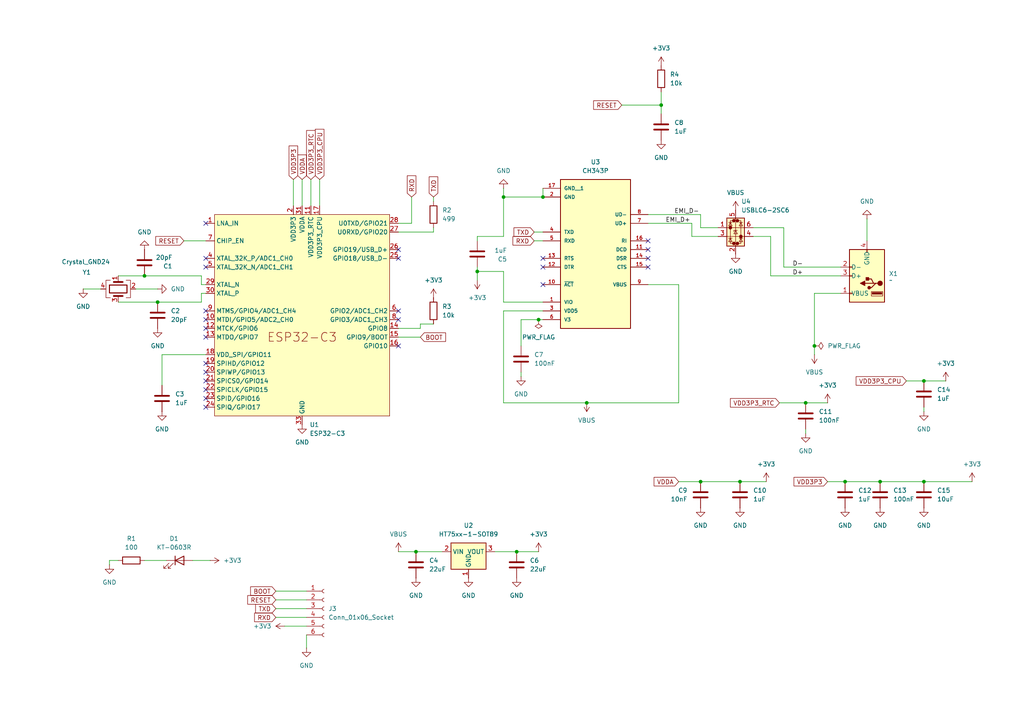
<source format=kicad_sch>
(kicad_sch (version 20231120) (generator "eeschema") (generator_version "8.0")
  (paper "A4")
  (lib_symbols
    (symbol "Connector:Conn_01x06_Socket" (pin_names (offset 1.016) hide)
      (property "Reference" "J" (at 0 7.62 0))
      (property "Value" "Conn_01x06_Socket" (at 0 -10.16 0))
      (symbol "Conn_01x06_Socket_1_1"
        (arc (start 0 -7.112) (mid -0.5058 -7.62) (end 0 -8.128) (stroke (width 0.1524)))
        (arc (start 0 -4.572) (mid -0.5058 -5.08) (end 0 -5.588) (stroke (width 0.1524)))
        (arc (start 0 -2.032) (mid -0.5058 -2.54) (end 0 -3.048) (stroke (width 0.1524)))
        (polyline (pts (xy -1.27 -7.62) (xy -0.508 -7.62)) (stroke (width 0.1524)))
        (polyline (pts (xy -1.27 -5.08) (xy -0.508 -5.08)) (stroke (width 0.1524)))
        (polyline (pts (xy -1.27 -2.54) (xy -0.508 -2.54)) (stroke (width 0.1524)))
        (polyline (pts (xy -1.27 0) (xy -0.508 0)) (stroke (width 0.1524)))
        (polyline (pts (xy -1.27 2.54) (xy -0.508 2.54)) (stroke (width 0.1524)))
        (polyline (pts (xy -1.27 5.08) (xy -0.508 5.08)) (stroke (width 0.1524)))
        (arc (start 0 0.508) (mid -0.5058 0) (end 0 -0.508) (stroke (width 0.1524)))
        (arc (start 0 3.048) (mid -0.5058 2.54) (end 0 2.032) (stroke (width 0.1524)))
        (arc (start 0 5.588) (mid -0.5058 5.08) (end 0 4.572) (stroke (width 0.1524)))
        (pin passive line (at -5.08 5.08 0) (length 3.81) (name "Pin_1") (number "1"))
        (pin passive line (at -5.08 2.54 0) (length 3.81) (name "Pin_2") (number "2"))
        (pin passive line (at -5.08 0 0) (length 3.81) (name "Pin_3") (number "3"))
        (pin passive line (at -5.08 -2.54 0) (length 3.81) (name "Pin_4") (number "4"))
        (pin passive line (at -5.08 -5.08 0) (length 3.81) (name "Pin_5") (number "5"))
        (pin passive line (at -5.08 -7.62 0) (length 3.81) (name "Pin_6") (number "6"))
      )
    )
    (symbol "Device:C" (pin_numbers hide) (pin_names (offset 0.254))
      (property "Reference" "C" (at 0.635 2.54 0))
      (property "Value" "C" (at 0.635 -2.54 0))
      (symbol "C_0_1"
        (polyline (pts (xy -2.032 -0.762) (xy 2.032 -0.762)) (stroke (width 0.508)))
        (polyline (pts (xy -2.032 0.762) (xy 2.032 0.762)) (stroke (width 0.508)))
      )
      (symbol "C_1_1"
        (pin passive line (at 0 3.81 270) (length 2.794) (name "~") (number "1"))
        (pin passive line (at 0 -3.81 90) (length 2.794) (name "~") (number "2"))
      )
    )
    (symbol "Device:Crystal_GND24" (pin_names (offset 1.016) hide)
      (property "Reference" "Y" (at 3.175 5.08 0))
      (property "Value" "Crystal_GND24" (at 3.175 3.175 0))
      (symbol "Crystal_GND24_0_1"
        (rectangle (start -1.143 2.54) (end 1.143 -2.54) (stroke (width 0.3048)))
        (polyline (pts (xy -2.54 0) (xy -2.032 0)))
        (polyline (pts (xy -2.032 -1.27) (xy -2.032 1.27)) (stroke (width 0.508)))
        (polyline (pts (xy 0 -3.81) (xy 0 -3.556)))
        (polyline (pts (xy 0 3.556) (xy 0 3.81)))
        (polyline (pts (xy 2.032 -1.27) (xy 2.032 1.27)) (stroke (width 0.508)))
        (polyline (pts (xy 2.032 0) (xy 2.54 0)))
        (polyline (pts (xy -2.54 -2.286) (xy -2.54 -3.556) (xy 2.54 -3.556) (xy 2.54 -2.286)))
        (polyline (pts (xy -2.54 2.286) (xy -2.54 3.556) (xy 2.54 3.556) (xy 2.54 2.286)))
      )
      (symbol "Crystal_GND24_1_1"
        (pin passive line (at -3.81 0 0) (length 1.27) (name "1") (number "1"))
        (pin passive line (at 0 5.08 270) (length 1.27) (name "2") (number "2"))
        (pin passive line (at 3.81 0 180) (length 1.27) (name "3") (number "3"))
        (pin passive line (at 0 -5.08 90) (length 1.27) (name "4") (number "4"))
      )
    )
    (symbol "Device:LED" (pin_numbers hide) (pin_names (offset 1.016) hide)
      (property "Reference" "D" (at 0 2.54 0))
      (property "Value" "LED" (at 0 -2.54 0))
      (symbol "LED_0_1"
        (polyline (pts (xy -1.27 -1.27) (xy -1.27 1.27)) (stroke (width 0.254)))
        (polyline (pts (xy -1.27 0) (xy 1.27 0)))
        (polyline (pts (xy 1.27 -1.27) (xy 1.27 1.27) (xy -1.27 0) (xy 1.27 -1.27)) (stroke (width 0.254)))
        (polyline (pts (xy -3.048 -0.762) (xy -4.572 -2.286) (xy -3.81 -2.286) (xy -4.572 -2.286) (xy -4.572 -1.524)))
        (polyline (pts (xy -1.778 -0.762) (xy -3.302 -2.286) (xy -2.54 -2.286) (xy -3.302 -2.286) (xy -3.302 -1.524)))
      )
      (symbol "LED_1_1"
        (pin passive line (at -3.81 0 0) (length 2.54) (name "K") (number "1"))
        (pin passive line (at 3.81 0 180) (length 2.54) (name "A") (number "2"))
      )
    )
    (symbol "Device:R" (pin_numbers hide) (pin_names (offset 0))
      (property "Reference" "R" (at 2.032 0 90))
      (property "Value" "R" (at 0 0 90))
      (symbol "R_0_1"
        (rectangle (start -1.016 -2.54) (end 1.016 2.54) (stroke (width 0.254)))
      )
      (symbol "R_1_1"
        (pin passive line (at 0 3.81 270) (length 1.27) (name "~") (number "1"))
        (pin passive line (at 0 -3.81 90) (length 1.27) (name "~") (number "2"))
      )
    )
    (symbol "Misc:USB_C_Connector"
      (property "Reference" "C" (at 0 0 0))
      (symbol "USB_C_Connector_0_1"
        (rectangle (start -19.05 3.81) (end -8.89 19.05) (stroke (width 0.254)) (fill (type background)))
        (circle (center -17.78 13.589) (radius 0.635) (stroke (width 0.254)) (fill (type outline)))
        (rectangle (start -15.494 16.256) (end -18.288 16.764) (fill (type outline)))
        (rectangle (start -15.24 16.002) (end -18.542 17.272))
        (circle (center -14.605 14.859) (radius 0.381) (stroke (width 0.254)) (fill (type outline)))
        (rectangle (start -14.097 3.81) (end -13.843 4.572))
        (rectangle (start -13.716 12.7) (end -14.478 11.938) (stroke (width 0.254)) (fill (type outline)))
        (rectangle (start -8.89 8.763) (end -9.652 9.017))
        (rectangle (start -8.89 11.303) (end -9.652 11.557))
        (rectangle (start -8.89 16.383) (end -9.652 16.637))
        (polyline (pts (xy -17.145 13.589) (xy -16.51 13.589) (xy -15.24 14.859) (xy -14.605 14.859)) (stroke (width 0.254)))
        (polyline (pts (xy -16.51 13.589) (xy -15.875 13.589) (xy -15.24 12.319) (xy -13.97 12.319)) (stroke (width 0.254)))
        (polyline (pts (xy -13.335 14.224) (xy -13.335 12.954) (xy -12.065 13.589) (xy -13.335 14.224)) (stroke (width 0.254)) (fill (type outline)))
      )
      (symbol "USB_C_Connector_1_1"
        (polyline (pts (xy -15.875 13.589) (xy -13.335 13.589)) (stroke (width 0.254)))
        (pin power_in line (at -6.35 16.51 180) (length 2.54) (name "VBUS") (number "1"))
        (pin bidirectional line (at -6.35 8.89 180) (length 2.54) (name "D-") (number "2"))
        (pin bidirectional line (at -6.35 11.43 180) (length 2.54) (name "D+") (number "3"))
        (pin power_in line (at -13.97 1.27 90) (length 2.54) (name "GND") (number "4"))
      )
    )
    (symbol "PCM_CH343P:CH343P" (pin_names (offset 1.016))
      (property "Reference" "U" (at -10.16 21.082 0))
      (property "Value" "CH343P" (at -10.16 -25.4 0))
      (symbol "CH343P_0_0"
        (rectangle (start -10.16 -22.86) (end 10.16 20.32) (stroke (width 0.254)) (fill (type background)))
        (pin power_in line (at 15.24 12.7 180) (length 5.08) (name "VIO") (number "1"))
        (pin output line (at 15.24 7.62 180) (length 5.08) (name "~{ACT}") (number "10"))
        (pin input line (at -15.24 -2.54 0) (length 5.08) (name "DCD") (number "11"))
        (pin output line (at 15.24 2.54 180) (length 5.08) (name "DTR") (number "12"))
        (pin output line (at 15.24 0 180) (length 5.08) (name "RTS") (number "13"))
        (pin input line (at -15.24 0 0) (length 5.08) (name "DSR") (number "14"))
        (pin input line (at -15.24 2.54 0) (length 5.08) (name "CTS") (number "15"))
        (pin input line (at -15.24 -5.08 0) (length 5.08) (name "RI") (number "16"))
        (pin power_in line (at 15.24 -20.32 180) (length 5.08) (name "GND__1") (number "17"))
        (pin power_in line (at 15.24 -17.78 180) (length 5.08) (name "GND") (number "2"))
        (pin power_in line (at 15.24 15.24 180) (length 5.08) (name "VDD5") (number "3"))
        (pin output line (at 15.24 -7.62 180) (length 5.08) (name "TXD") (number "4"))
        (pin input line (at 15.24 -5.08 180) (length 5.08) (name "RXD") (number "5"))
        (pin power_in line (at 15.24 17.78 180) (length 5.08) (name "V3") (number "6"))
        (pin bidirectional line (at -15.24 -10.16 0) (length 5.08) (name "UD+") (number "7"))
        (pin bidirectional line (at -15.24 -12.7 0) (length 5.08) (name "UD-") (number "8"))
        (pin input line (at -15.24 7.62 0) (length 5.08) (name "VBUS") (number "9"))
      )
    )
    (symbol "PCM_Espressif:ESP32-C3"
      (property "Reference" "U" (at -25.4 35.56 0))
      (property "Value" "ESP32-C3" (at -25.4 33.02 0))
      (symbol "ESP32-C3_0_0"
        (text "ESP32-C3" (at 0 -5.08 0) (effects (font (size 2.54 2.54))))
        (pin bidirectional line (at -27.94 27.94 0) (length 2.54) (name "LNA_IN") (number "1"))
        (pin bidirectional line (at -27.94 0 0) (length 2.54) (name "MTDI/GPIO5/ADC2_CH0") (number "10"))
        (pin power_in line (at 2.54 33.02 270) (length 2.54) (name "VDD3P3_RTC") (number "11"))
        (pin bidirectional line (at -27.94 -2.54 0) (length 2.54) (name "MTCK/GPIO6") (number "12"))
        (pin bidirectional line (at -27.94 -5.08 0) (length 2.54) (name "MTDO/GPIO7") (number "13"))
        (pin bidirectional line (at 27.94 -2.54 180) (length 2.54) (name "GPIO8") (number "14"))
        (pin bidirectional line (at 27.94 -5.08 180) (length 2.54) (name "GPIO9/BOOT") (number "15"))
        (pin bidirectional line (at 27.94 -7.62 180) (length 2.54) (name "GPIO10") (number "16"))
        (pin power_in line (at 5.08 33.02 270) (length 2.54) (name "VDD3P3_CPU") (number "17"))
        (pin bidirectional line (at -27.94 -10.16 0) (length 2.54) (name "VDD_SPI/GPIO11") (number "18"))
        (pin bidirectional line (at -27.94 -12.7 0) (length 2.54) (name "SPIHD/GPIO12") (number "19"))
        (pin power_in line (at -2.54 33.02 270) (length 2.54) (name "VDD3P3") (number "2"))
        (pin bidirectional line (at -27.94 -15.24 0) (length 2.54) (name "SPIWP/GPIO13") (number "20"))
        (pin bidirectional line (at -27.94 -17.78 0) (length 2.54) (name "SPICS0/GPIO14") (number "21"))
        (pin bidirectional line (at -27.94 -20.32 0) (length 2.54) (name "SPICLK/GPIO15") (number "22"))
        (pin bidirectional line (at -27.94 -22.86 0) (length 2.54) (name "SPID/GPIO16") (number "23"))
        (pin bidirectional line (at -27.94 -25.4 0) (length 2.54) (name "SPIQ/GPIO17") (number "24"))
        (pin bidirectional line (at 27.94 17.78 180) (length 2.54) (name "GPIO18/USB_D-") (number "25"))
        (pin bidirectional line (at 27.94 20.32 180) (length 2.54) (name "GPIO19/USB_D+") (number "26"))
        (pin bidirectional line (at 27.94 25.4 180) (length 2.54) (name "U0RXD/GPIO20") (number "27"))
        (pin bidirectional line (at 27.94 27.94 180) (length 2.54) (name "U0TXD/GPIO21") (number "28"))
        (pin output line (at -27.94 10.16 0) (length 2.54) (name "XTAL_N") (number "29"))
        (pin input line (at -27.94 7.62 0) (length 2.54) (name "XTAL_P") (number "30"))
        (pin power_in line (at 0 33.02 270) (length 2.54) (name "VDDA") (number "31"))
        (pin power_in line (at 0 -30.48 90) (length 2.54) (name "GND") (number "33"))
        (pin output line (at -27.94 17.78 0) (length 2.54) (name "XTAL_32K_P/ADC1_CH0") (number "4"))
        (pin input line (at -27.94 15.24 0) (length 2.54) (name "XTAL_32K_N/ADC1_CH1") (number "5"))
        (pin bidirectional line (at 27.94 2.54 180) (length 2.54) (name "GPIO2/ADC1_CH2") (number "6"))
        (pin input line (at -27.94 22.86 0) (length 2.54) (name "CHIP_EN") (number "7"))
        (pin bidirectional line (at 27.94 0 180) (length 2.54) (name "GPIO3/ADC1_CH3") (number "8"))
        (pin bidirectional line (at -27.94 2.54 0) (length 2.54) (name "MTMS/GPIO4/ADC1_CH4") (number "9"))
      )
      (symbol "ESP32-C3_0_1"
        (rectangle (start -25.4 30.48) (end 25.4 -27.94) (fill (type background)))
        (pin passive line (at -2.54 33.02 270) (length 2.54) hide (name "VDD3P3") (number "3"))
        (pin passive line (at 0 33.02 270) (length 2.54) hide (name "VDDA") (number "32"))
      )
    )
    (symbol "Power_Protection:USBLC6-2SC6" (pin_names hide)
      (property "Reference" "U" (at 0.635 5.715 0))
      (property "Value" "USBLC6-2SC6" (at 0.635 3.81 0))
      (symbol "USBLC6-2SC6_0_0"
        (circle (center -1.524 0) (radius 0.0001) (stroke (width 0.508)))
        (circle (center -0.508 -4.572) (radius 0.0001) (stroke (width 0.508)))
        (circle (center -0.508 2.032) (radius 0.0001) (stroke (width 0.508)))
        (circle (center 0.508 -4.572) (radius 0.0001) (stroke (width 0.508)))
        (circle (center 0.508 2.032) (radius 0.0001) (stroke (width 0.508)))
        (circle (center 1.524 -2.54) (radius 0.0001) (stroke (width 0.508)))
      )
      (symbol "USBLC6-2SC6_0_1"
        (polyline (pts (xy -2.54 -2.54) (xy 2.54 -2.54)))
        (polyline (pts (xy -2.54 0) (xy 2.54 0)))
        (polyline (pts (xy -2.032 -3.048) (xy -1.016 -3.048)))
        (polyline (pts (xy -1.016 1.524) (xy -2.032 1.524)))
        (polyline (pts (xy 1.016 -3.048) (xy 2.032 -3.048)))
        (polyline (pts (xy 1.016 1.524) (xy 2.032 1.524)))
        (polyline (pts (xy -0.508 -1.143) (xy -0.508 -0.762) (xy 0.508 -0.762)))
        (polyline (pts (xy -2.032 0.508) (xy -1.016 0.508) (xy -1.524 1.524) (xy -2.032 0.508)))
        (polyline (pts (xy -1.016 -4.064) (xy -2.032 -4.064) (xy -1.524 -3.048) (xy -1.016 -4.064)))
        (polyline (pts (xy 0.508 -1.778) (xy -0.508 -1.778) (xy 0 -0.762) (xy 0.508 -1.778)))
        (polyline (pts (xy 2.032 -4.064) (xy 1.016 -4.064) (xy 1.524 -3.048) (xy 2.032 -4.064)))
        (polyline (pts (xy 2.032 0.508) (xy 1.016 0.508) (xy 1.524 1.524) (xy 2.032 0.508)))
        (polyline (pts (xy 0 2.54) (xy -0.508 2.032) (xy 0.508 2.032) (xy 0 1.524) (xy 0 -4.064) (xy -0.508 -4.572) (xy 0.508 -4.572) (xy 0 -5.08)))
      )
      (symbol "USBLC6-2SC6_1_1"
        (rectangle (start -2.54 2.794) (end 2.54 -5.334) (stroke (width 0.254)) (fill (type background)))
        (polyline (pts (xy -0.508 2.032) (xy -1.524 2.032) (xy -1.524 -4.572) (xy -0.508 -4.572)))
        (polyline (pts (xy 0.508 -4.572) (xy 1.524 -4.572) (xy 1.524 2.032) (xy 0.508 2.032)))
        (pin passive line (at -5.08 0 0) (length 2.54) (name "I/O1") (number "1"))
        (pin passive line (at 0 -7.62 90) (length 2.54) (name "GND") (number "2"))
        (pin passive line (at -5.08 -2.54 0) (length 2.54) (name "I/O2") (number "3"))
        (pin passive line (at 5.08 -2.54 180) (length 2.54) (name "I/O2") (number "4"))
        (pin passive line (at 0 5.08 270) (length 2.54) (name "VBUS") (number "5"))
        (pin passive line (at 5.08 0 180) (length 2.54) (name "I/O1") (number "6"))
      )
    )
    (symbol "Regulator_Linear:HT75xx-1-SOT89"
      (property "Reference" "U" (at -5.08 -3.81 0))
      (property "Value" "HT75xx-1-SOT89" (at 0 6.35 0))
      (symbol "HT75xx-1-SOT89_0_1"
        (rectangle (start -5.08 5.08) (end 5.08 -2.54) (stroke (width 0.254)) (fill (type background)))
      )
      (symbol "HT75xx-1-SOT89_1_1"
        (pin power_in line (at 0 -5.08 90) (length 2.54) (name "GND") (number "1"))
        (pin power_in line (at -7.62 2.54 0) (length 2.54) (name "VIN") (number "2"))
        (pin power_out line (at 7.62 2.54 180) (length 2.54) (name "VOUT") (number "3"))
      )
    )
    (symbol "power:+3V3" (power) (pin_numbers hide) (pin_names (offset 0) hide)
      (property "Value" "+3V3" (at 0 3.556 0))
      (symbol "+3V3_0_1"
        (polyline (pts (xy -0.762 1.27) (xy 0 2.54)))
        (polyline (pts (xy 0 0) (xy 0 2.54)))
        (polyline (pts (xy 0 2.54) (xy 0.762 1.27)))
      )
      (symbol "+3V3_1_1"
        (pin power_in line (at 0 0 90) (length 0) (name "~") (number "1"))
      )
    )
    (symbol "power:+5V" (power) (pin_numbers hide) (pin_names (offset 0) hide)
      (property "Value" "+5V" (at 0 3.556 0))
      (symbol "+5V_0_1"
        (polyline (pts (xy -0.762 1.27) (xy 0 2.54)))
        (polyline (pts (xy 0 0) (xy 0 2.54)))
        (polyline (pts (xy 0 2.54) (xy 0.762 1.27)))
      )
      (symbol "+5V_1_1"
        (pin power_in line (at 0 0 90) (length 0) (name "~") (number "1"))
      )
    )
    (symbol "power:GND" (power) (pin_numbers hide) (pin_names (offset 0) hide)
      (property "Value" "GND" (at 0 -3.81 0))
      (symbol "GND_0_1"
        (polyline (pts (xy 0 0) (xy 0 -1.27) (xy 1.27 -1.27) (xy 0 -2.54) (xy -1.27 -1.27) (xy 0 -1.27)))
      )
      (symbol "GND_1_1"
        (pin power_in line (at 0 0 270) (length 0) (name "~") (number "1"))
      )
    )
    (symbol "power:PWR_FLAG" (power) (pin_numbers hide) (pin_names (offset 0) hide)
      (property "Value" "PWR_FLAG" (at 0 3.81 0))
      (symbol "PWR_FLAG_0_0"
        (pin power_out line (at 0 0 90) (length 0) (name "~") (number "1"))
      )
      (symbol "PWR_FLAG_0_1"
        (polyline (pts (xy 0 0) (xy 0 1.27) (xy -1.016 1.905) (xy 0 2.54) (xy 1.016 1.905) (xy 0 1.27)))
      )
    )
    (symbol "power:VBUS" (power) (pin_numbers hide) (pin_names (offset 0) hide)
      (property "Value" "VBUS" (at 0 3.556 0))
      (symbol "VBUS_0_1"
        (polyline (pts (xy -0.762 1.27) (xy 0 2.54)))
        (polyline (pts (xy 0 0) (xy 0 2.54)))
        (polyline (pts (xy 0 2.54) (xy 0.762 1.27)))
      )
      (symbol "VBUS_1_1"
        (pin power_in line (at 0 0 90) (length 0) (name "~") (number "1"))
      )
    )
  )
  (junction (at 245.11 139.7))
  (junction (at 156.21 92.71))
  (junction (at 120.65 160.02))
  (junction (at 233.68 116.84))
  (junction (at 267.97 110.49))
  (junction (at 236.22 100.33))
  (junction (at 149.86 160.02))
  (junction (at 203.2 139.7))
  (junction (at 146.05 57.15))
  (junction (at 170.18 116.84))
  (junction (at 214.63 139.7))
  (junction (at 255.27 139.7))
  (junction (at 157.48 57.15))
  (junction (at 41.91 80.01))
  (junction (at 138.43 78.74))
  (junction (at 267.97 139.7))
  (junction (at 191.77 30.48))
  (junction (at 45.72 87.63))
  (no_connect (at 115.57 90.17))
  (no_connect (at 59.69 115.57))
  (no_connect (at 115.57 72.39))
  (no_connect (at 59.69 97.79))
  (no_connect (at 187.96 72.39))
  (no_connect (at 187.96 77.47))
  (no_connect (at 187.96 69.85))
  (no_connect (at 59.69 64.77))
  (no_connect (at 157.48 74.93))
  (no_connect (at 157.48 82.55))
  (no_connect (at 115.57 100.33))
  (no_connect (at 59.69 95.25))
  (no_connect (at 157.48 77.47))
  (no_connect (at 59.69 92.71))
  (no_connect (at 187.96 74.93))
  (no_connect (at 59.69 74.93))
  (no_connect (at 115.57 74.93))
  (no_connect (at 59.69 105.41))
  (no_connect (at 59.69 110.49))
  (no_connect (at 59.69 77.47))
  (no_connect (at 115.57 92.71))
  (no_connect (at 59.69 113.03))
  (no_connect (at 59.69 90.17))
  (no_connect (at 59.69 118.11))
  (no_connect (at 59.69 107.95))
  (wire (pts (xy 196.85 82.55) (xy 187.96 82.55)))
  (wire (pts (xy 92.71 52.07) (xy 92.71 59.69)))
  (wire (pts (xy 45.72 83.82) (xy 39.37 83.82)))
  (wire (pts (xy 143.51 160.02) (xy 149.86 160.02)))
  (wire (pts (xy 41.91 162.56) (xy 48.26 162.56)))
  (wire (pts (xy 146.05 78.74) (xy 138.43 78.74)))
  (wire (pts (xy 223.52 80.01) (xy 243.84 80.01)))
  (wire (pts (xy 203.2 62.23) (xy 203.2 66.04)))
  (wire (pts (xy 55.88 162.56) (xy 60.96 162.56)))
  (wire (pts (xy 245.11 139.7) (xy 255.27 139.7)))
  (wire (pts (xy 226.06 116.84) (xy 233.68 116.84)))
  (wire (pts (xy 236.22 85.09) (xy 236.22 100.33)))
  (wire (pts (xy 115.57 160.02) (xy 120.65 160.02)))
  (wire (pts (xy 80.01 173.99) (xy 88.9 173.99)))
  (wire (pts (xy 119.38 64.77) (xy 115.57 64.77)))
  (wire (pts (xy 138.43 68.58) (xy 146.05 68.58)))
  (wire (pts (xy 80.01 176.53) (xy 88.9 176.53)))
  (wire (pts (xy 151.13 92.71) (xy 156.21 92.71)))
  (wire (pts (xy 154.94 67.31) (xy 157.48 67.31)))
  (wire (pts (xy 157.48 87.63) (xy 146.05 87.63)))
  (wire (pts (xy 59.69 102.87) (xy 46.99 102.87)))
  (wire (pts (xy 146.05 57.15) (xy 157.48 57.15)))
  (wire (pts (xy 251.46 63.5) (xy 251.46 69.85)))
  (wire (pts (xy 223.52 68.58) (xy 218.44 68.58)))
  (wire (pts (xy 41.91 80.01) (xy 58.42 80.01)))
  (wire (pts (xy 58.42 87.63) (xy 58.42 85.09)))
  (wire (pts (xy 214.63 139.7) (xy 222.25 139.7)))
  (wire (pts (xy 157.48 90.17) (xy 146.05 90.17)))
  (wire (pts (xy 157.48 54.61) (xy 157.48 57.15)))
  (wire (pts (xy 115.57 67.31) (xy 125.73 67.31)))
  (wire (pts (xy 138.43 78.74) (xy 138.43 77.47)))
  (wire (pts (xy 196.85 139.7) (xy 203.2 139.7)))
  (wire (pts (xy 243.84 85.09) (xy 236.22 85.09)))
  (wire (pts (xy 82.55 181.61) (xy 88.9 181.61)))
  (wire (pts (xy 203.2 139.7) (xy 214.63 139.7)))
  (wire (pts (xy 146.05 90.17) (xy 146.05 116.84)))
  (wire (pts (xy 227.33 77.47) (xy 227.33 66.04)))
  (wire (pts (xy 236.22 102.87) (xy 236.22 100.33)))
  (wire (pts (xy 121.92 93.98) (xy 125.73 93.98)))
  (wire (pts (xy 200.66 68.58) (xy 200.66 64.77)))
  (wire (pts (xy 53.34 69.85) (xy 59.69 69.85)))
  (wire (pts (xy 233.68 116.84) (xy 240.03 116.84)))
  (wire (pts (xy 34.29 80.01) (xy 41.91 80.01)))
  (wire (pts (xy 191.77 30.48) (xy 191.77 26.67)))
  (wire (pts (xy 151.13 107.95) (xy 151.13 109.22)))
  (wire (pts (xy 125.73 67.31) (xy 125.73 66.04)))
  (wire (pts (xy 267.97 110.49) (xy 274.32 110.49)))
  (wire (pts (xy 58.42 85.09) (xy 59.69 85.09)))
  (wire (pts (xy 156.21 92.71) (xy 157.48 92.71)))
  (wire (pts (xy 34.29 162.56) (xy 31.75 162.56)))
  (wire (pts (xy 125.73 58.42) (xy 125.73 57.15)))
  (wire (pts (xy 170.18 116.84) (xy 196.85 116.84)))
  (wire (pts (xy 267.97 118.11) (xy 267.97 119.38)))
  (wire (pts (xy 121.92 95.25) (xy 121.92 93.98)))
  (wire (pts (xy 80.01 179.07) (xy 88.9 179.07)))
  (wire (pts (xy 138.43 81.28) (xy 138.43 78.74)))
  (wire (pts (xy 233.68 124.46) (xy 233.68 125.73)))
  (wire (pts (xy 34.29 87.63) (xy 45.72 87.63)))
  (wire (pts (xy 187.96 64.77) (xy 200.66 64.77)))
  (wire (pts (xy 151.13 100.33) (xy 151.13 92.71)))
  (wire (pts (xy 180.34 30.48) (xy 191.77 30.48)))
  (wire (pts (xy 187.96 62.23) (xy 203.2 62.23)))
  (wire (pts (xy 120.65 160.02) (xy 128.27 160.02)))
  (wire (pts (xy 58.42 80.01) (xy 58.42 82.55)))
  (wire (pts (xy 46.99 102.87) (xy 46.99 111.76)))
  (wire (pts (xy 267.97 139.7) (xy 281.94 139.7)))
  (wire (pts (xy 154.94 69.85) (xy 157.48 69.85)))
  (wire (pts (xy 87.63 52.07) (xy 87.63 59.69)))
  (wire (pts (xy 138.43 68.58) (xy 138.43 69.85)))
  (wire (pts (xy 240.03 139.7) (xy 245.11 139.7)))
  (wire (pts (xy 88.9 184.15) (xy 88.9 187.96)))
  (wire (pts (xy 146.05 116.84) (xy 170.18 116.84)))
  (wire (pts (xy 115.57 97.79) (xy 121.92 97.79)))
  (wire (pts (xy 208.28 68.58) (xy 200.66 68.58)))
  (wire (pts (xy 149.86 160.02) (xy 156.21 160.02)))
  (wire (pts (xy 29.21 83.82) (xy 24.13 83.82)))
  (wire (pts (xy 146.05 54.61) (xy 146.05 57.15)))
  (wire (pts (xy 227.33 66.04) (xy 218.44 66.04)))
  (wire (pts (xy 115.57 95.25) (xy 121.92 95.25)))
  (wire (pts (xy 203.2 66.04) (xy 208.28 66.04)))
  (wire (pts (xy 80.01 171.45) (xy 88.9 171.45)))
  (wire (pts (xy 262.89 110.49) (xy 267.97 110.49)))
  (wire (pts (xy 223.52 68.58) (xy 223.52 80.01)))
  (wire (pts (xy 191.77 30.48) (xy 191.77 33.02)))
  (wire (pts (xy 90.17 52.07) (xy 90.17 59.69)))
  (wire (pts (xy 45.72 87.63) (xy 58.42 87.63)))
  (wire (pts (xy 58.42 82.55) (xy 59.69 82.55)))
  (wire (pts (xy 85.09 52.07) (xy 85.09 59.69)))
  (wire (pts (xy 255.27 139.7) (xy 267.97 139.7)))
  (wire (pts (xy 31.75 162.56) (xy 31.75 163.83)))
  (wire (pts (xy 146.05 87.63) (xy 146.05 78.74)))
  (wire (pts (xy 196.85 116.84) (xy 196.85 82.55)))
  (wire (pts (xy 243.84 77.47) (xy 227.33 77.47)))
  (wire (pts (xy 119.38 57.15) (xy 119.38 64.77)))
  (wire (pts (xy 146.05 68.58) (xy 146.05 57.15)))
  (label "D-" (at 229.87 77.47 0))
  (label "D+" (at 229.87 80.01 0))
  (label "EMI_D-" (at 195.58 62.23 0))
  (label "EMI_D+" (at 193.04 64.77 0))
  (global_label "VDD3P3" (shape input) (at 85.09 52.07 90) (property "Intersheetrefs" "${INTERSHEET_REFS}" (effects (hide yes))))
  (global_label "RXD" (shape input) (at 119.38 57.15 90) (property "Intersheetrefs" "${INTERSHEET_REFS}" (effects (hide yes))))
  (global_label "BOOT" (shape input) (at 80.01 171.45 180) (property "Intersheetrefs" "${INTERSHEET_REFS}" (effects (hide yes))))
  (global_label "TXD" (shape input) (at 125.73 57.15 90) (property "Intersheetrefs" "${INTERSHEET_REFS}" (effects (hide yes))))
  (global_label "VDD3P3_RTC" (shape input) (at 90.17 52.07 90) (property "Intersheetrefs" "${INTERSHEET_REFS}" (effects (hide yes))))
  (global_label "TXD" (shape input) (at 154.94 67.31 180) (property "Intersheetrefs" "${INTERSHEET_REFS}" (effects (hide yes))))
  (global_label "RESET" (shape input) (at 80.01 173.99 180) (property "Intersheetrefs" "${INTERSHEET_REFS}" (effects (hide yes))))
  (global_label "VDDA" (shape input) (at 196.85 139.7 180) (property "Intersheetrefs" "${INTERSHEET_REFS}" (effects (hide yes))))
  (global_label "BOOT" (shape input) (at 121.92 97.79 0) (property "Intersheetrefs" "${INTERSHEET_REFS}" (effects (hide yes))))
  (global_label "RXD" (shape input) (at 80.01 179.07 180) (property "Intersheetrefs" "${INTERSHEET_REFS}" (effects (hide yes))))
  (global_label "VDD3P3_CPU" (shape input) (at 92.71 52.07 90) (property "Intersheetrefs" "${INTERSHEET_REFS}" (effects (hide yes))))
  (global_label "RESET" (shape input) (at 180.34 30.48 180) (property "Intersheetrefs" "${INTERSHEET_REFS}" (effects (hide yes))))
  (global_label "VDD3P3" (shape input) (at 240.03 139.7 180) (property "Intersheetrefs" "${INTERSHEET_REFS}" (effects (hide yes))))
  (global_label "VDDA" (shape input) (at 87.63 52.07 90) (property "Intersheetrefs" "${INTERSHEET_REFS}" (effects (hide yes))))
  (global_label "VDD3P3_CPU" (shape input) (at 262.89 110.49 180) (property "Intersheetrefs" "${INTERSHEET_REFS}" (effects (hide yes))))
  (global_label "TXD" (shape input) (at 80.01 176.53 180) (property "Intersheetrefs" "${INTERSHEET_REFS}" (effects (hide yes))))
  (global_label "RXD" (shape input) (at 154.94 69.85 180) (property "Intersheetrefs" "${INTERSHEET_REFS}" (effects (hide yes))))
  (global_label "VDD3P3_RTC" (shape input) (at 226.06 116.84 180) (property "Intersheetrefs" "${INTERSHEET_REFS}" (effects (hide yes))))
  (global_label "RESET" (shape input) (at 53.34 69.85 180) (property "Intersheetrefs" "${INTERSHEET_REFS}" (effects (hide yes))))
  (symbol (lib_id "power:GND") (at 203.2 147.32 0) (unit 1)
    (property "Reference" "#PWR024" (effects (hide yes)))
    (property "Value" "GND" (at 203.2 152.4 0))
    (property "Description" "Power symbol creates a global label with name \"GND\" , ground" (effects (hide yes)))
  )
  (symbol (lib_id "power:GND") (at 251.46 63.5 180) (unit 1)
    (property "Reference" "#PWR033" (effects (hide yes)))
    (property "Value" "GND" (at 251.46 58.42 0))
    (property "Description" "Power symbol creates a global label with name \"GND\" , ground" (effects (hide yes)))
  )
  (symbol (lib_id "power:GND") (at 151.13 109.22 0) (unit 1)
    (property "Reference" "#PWR019" (effects (hide yes)))
    (property "Value" "GND" (at 151.13 114.3 0))
    (property "Description" "Power symbol creates a global label with name \"GND\" , ground" (effects (hide yes)))
  )
  (symbol (lib_id "power:+3V3") (at 125.73 86.36 0) (unit 1)
    (property "Reference" "#PWR013" (effects (hide yes)))
    (property "Value" "+3V3" (at 125.73 81.28 0))
    (property "Description" "Power symbol creates a global label with name \"+3V3\"" (effects (hide yes)))
  )
  (symbol (lib_id "PCM_CH343P:CH343P") (at 172.72 74.93 180) (unit 1)
    (property "Reference" "U3" (at 172.72 46.99 0))
    (property "Value" "CH343P" (at 172.72 49.53 0))
    (property "Footprint" "Custom:CH343P" (effects (hide yes)))
    (property "MF" "WCH" (effects (hide yes)))
    (property "MAXIMUM_PACKAGE_HEIGHT" "0.8mm" (effects (hide yes)))
    (property "Package" "Package" (effects (hide yes)))
    (property "Price" "None" (effects (hide yes)))
    (property "Check_prices" "https://www.snapeda.com/parts/CH343P/WCH/view-part/?ref=eda" (effects (hide yes)))
    (property "STANDARD" "IPC-7351B" (effects (hide yes)))
    (property "PARTREV" "1E" (effects (hide yes)))
    (property "SnapEDA_Link" "https://www.snapeda.com/parts/CH343P/WCH/view-part/?ref=snap" (effects (hide yes)))
    (property "MP" "CH343P" (effects (hide yes)))
    (property "Description_1" "\n                        \n                            USB to High-Speed Serial Chip CH343\n                        \n" (effects (hide yes)))
    (property "MANUFACTURER" "WCH" (effects (hide yes)))
    (property "Availability" "Not in stock" (effects (hide yes)))
    (property "SNAPEDA_PN" "CH343P" (effects (hide yes)))
  )
  (symbol (lib_id "Device:C") (at 138.43 73.66 180) (unit 1)
    (property "Reference" "C5" (at 147.066 75.184 0) (effects (justify left)))
    (property "Value" "1uF" (at 147.066 72.644 0) (effects (justify left)))
    (property "Footprint" "Capacitor_SMD:C_0402_1005Metric" (effects (hide yes)))
    (property "Description" "Unpolarized capacitor" (effects (hide yes)))
  )
  (symbol (lib_id "power:GND") (at 191.77 40.64 0) (unit 1)
    (property "Reference" "#PWR023" (effects (hide yes)))
    (property "Value" "GND" (at 191.77 45.72 0))
    (property "Description" "Power symbol creates a global label with name \"GND\" , ground" (effects (hide yes)))
  )
  (symbol (lib_id "power:GND") (at 267.97 119.38 0) (unit 1)
    (property "Reference" "#PWR035" (effects (hide yes)))
    (property "Value" "GND" (at 267.97 124.46 0))
    (property "Description" "Power symbol creates a global label with name \"GND\" , ground" (effects (hide yes)))
  )
  (symbol (lib_id "power:VBUS") (at 236.22 102.87 180) (unit 1)
    (property "Reference" "#PWR030" (effects (hide yes)))
    (property "Value" "VBUS" (at 236.22 107.95 0))
    (property "Description" "Power symbol creates a global label with name \"VBUS\"" (effects (hide yes)))
  )
  (symbol (lib_id "Device:R") (at 125.73 90.17 0) (unit 1)
    (property "Reference" "R3" (at 128.27 88.8999 0) (effects (justify left)))
    (property "Value" "10k" (at 128.27 91.4399 0) (effects (justify left)))
    (property "Footprint" "Resistor_SMD:R_0402_1005Metric" (effects (hide yes)))
    (property "Description" "Resistor" (effects (hide yes)))
  )
  (symbol (lib_id "Device:C") (at 149.86 163.83 0) (unit 1)
    (property "Reference" "C6" (at 153.67 162.5599 0) (effects (justify left)))
    (property "Value" "22uF" (at 153.67 165.0999 0) (effects (justify left)))
    (property "Footprint" "Capacitor_SMD:C_0402_1005Metric" (effects (hide yes)))
    (property "Description" "Unpolarized capacitor" (effects (hide yes)))
  )
  (symbol (lib_id "Device:LED") (at 52.07 162.56 0) (unit 1)
    (property "Reference" "D1" (at 50.4825 156.21 0))
    (property "Value" "KT-0603R" (at 50.4825 158.75 0))
    (property "Footprint" "LED_SMD:LED_0603_1608Metric" (effects (hide yes)))
    (property "Description" "Light emitting diode" (effects (hide yes)))
  )
  (symbol (lib_id "power:GND") (at 214.63 147.32 0) (unit 1)
    (property "Reference" "#PWR027" (effects (hide yes)))
    (property "Value" "GND" (at 214.63 152.4 0))
    (property "Description" "Power symbol creates a global label with name \"GND\" , ground" (effects (hide yes)))
  )
  (symbol (lib_id "power:PWR_FLAG") (at 156.21 92.71 180) (unit 1)
    (property "Reference" "#FLG01" (effects (hide yes)))
    (property "Value" "PWR_FLAG" (at 156.21 97.79 0))
    (property "Description" "Special symbol for telling ERC where power comes from" (effects (hide yes)))
  )
  (symbol (lib_id "power:+3V3") (at 138.43 81.28 180) (unit 1)
    (property "Reference" "#PWR016" (effects (hide yes)))
    (property "Value" "+3V3" (at 138.43 86.36 0))
    (property "Description" "Power symbol creates a global label with name \"+3V3\"" (effects (hide yes)))
  )
  (symbol (lib_id "Device:C") (at 120.65 163.83 0) (unit 1)
    (property "Reference" "C4" (at 124.46 162.5599 0) (effects (justify left)))
    (property "Value" "22uF" (at 124.46 165.0999 0) (effects (justify left)))
    (property "Footprint" "Capacitor_SMD:C_0402_1005Metric" (effects (hide yes)))
    (property "Description" "Unpolarized capacitor" (effects (hide yes)))
  )
  (symbol (lib_id "power:+3V3") (at 222.25 139.7 0) (unit 1)
    (property "Reference" "#PWR028" (effects (hide yes)))
    (property "Value" "+3V3" (at 222.25 134.62 0))
    (property "Description" "Power symbol creates a global label with name \"+3V3\"" (effects (hide yes)))
  )
  (symbol (lib_id "power:+3V3") (at 281.94 139.7 0) (unit 1)
    (property "Reference" "#PWR038" (effects (hide yes)))
    (property "Value" "+3V3" (at 281.94 134.62 0))
    (property "Description" "Power symbol creates a global label with name \"+3V3\"" (effects (hide yes)))
  )
  (symbol (lib_id "power:+5V") (at 115.57 160.02 0) (unit 1)
    (property "Reference" "#PWR011" (effects (hide yes)))
    (property "Value" "VBUS" (at 115.57 154.94 0))
    (property "Description" "Power symbol creates a global label with name \"+5V\"" (effects (hide yes)))
  )
  (symbol (lib_id "power:PWR_FLAG") (at 236.22 100.33 270) (unit 1)
    (property "Reference" "#FLG02" (effects (hide yes)))
    (property "Value" "PWR_FLAG" (at 240.03 100.3299 90) (effects (justify left)))
    (property "Description" "Special symbol for telling ERC where power comes from" (effects (hide yes)))
  )
  (symbol (lib_id "Device:C") (at 245.11 143.51 0) (unit 1)
    (property "Reference" "C12" (at 248.92 142.2399 0) (effects (justify left)))
    (property "Value" "1uF" (at 248.92 144.7799 0) (effects (justify left)))
    (property "Footprint" "Capacitor_SMD:C_0402_1005Metric" (effects (hide yes)))
    (property "Description" "Unpolarized capacitor" (effects (hide yes)))
  )
  (symbol (lib_id "power:GND") (at 31.75 163.83 0) (unit 1)
    (property "Reference" "#PWR02" (effects (hide yes)))
    (property "Value" "GND" (at 31.75 168.91 0))
    (property "Description" "Power symbol creates a global label with name \"GND\" , ground" (effects (hide yes)))
  )
  (symbol (lib_id "power:GND") (at 45.72 83.82 90) (unit 1)
    (property "Reference" "#PWR04" (effects (hide yes)))
    (property "Value" "GND" (at 49.53 83.8199 90) (effects (justify right)))
    (property "Description" "Power symbol creates a global label with name \"GND\" , ground" (effects (hide yes)))
  )
  (symbol (lib_id "power:GND") (at 41.91 72.39 180) (unit 1)
    (property "Reference" "#PWR03" (effects (hide yes)))
    (property "Value" "GND" (at 41.91 67.31 0))
    (property "Description" "Power symbol creates a global label with name \"GND\" , ground" (effects (hide yes)))
  )
  (symbol (lib_id "Misc:USB_C_Connector") (at 237.49 68.58 180) (unit 1)
    (property "Reference" "X1" (at 257.81 79.3749 0) (effects (justify right)))
    (property "Value" "~" (at 257.81 81.28 0) (effects (justify right)))
    (property "Footprint" "Custom:usb-PCB" (effects (hide yes)))
  )
  (symbol (lib_id "Device:R") (at 38.1 162.56 90) (unit 1)
    (property "Reference" "R1" (at 38.1 156.21 90))
    (property "Value" "100" (at 38.1 158.75 90))
    (property "Footprint" "Resistor_SMD:R_0402_1005Metric" (effects (hide yes)))
    (property "Description" "Resistor" (effects (hide yes)))
  )
  (symbol (lib_id "power:GND") (at 149.86 167.64 0) (unit 1)
    (property "Reference" "#PWR018" (effects (hide yes)))
    (property "Value" "GND" (at 149.86 172.72 0))
    (property "Description" "Power symbol creates a global label with name \"GND\" , ground" (effects (hide yes)))
  )
  (symbol (lib_id "PCM_Espressif:ESP32-C3") (at 87.63 92.71 0) (unit 1)
    (property "Reference" "U1" (at 89.8241 123.19 0) (effects (justify left)))
    (property "Value" "ESP32-C3" (at 89.8241 125.73 0) (effects (justify left)))
    (property "Footprint" "Package_DFN_QFN:QFN-32-1EP_5x5mm_P0.5mm_EP3.45x3.45mm" (effects (hide yes)))
    (property "Datasheet" "https://www.espressif.com/sites/default/files/documentation/esp32-c3_datasheet_en.pdf" (effects (hide yes)))
    (property "Description" "ESP32-C3 family is an ultra-low-power MCU-based SoC solution that supports 2.4 GHz Wi-Fi and Bluetooth®Low Energy (Bluetooth LE)." (effects (hide yes)))
  )
  (symbol (lib_id "power:+3V3") (at 191.77 19.05 0) (unit 1)
    (property "Reference" "#PWR022" (effects (hide yes)))
    (property "Value" "+3V3" (at 191.77 13.97 0))
    (property "Description" "Power symbol creates a global label with name \"+3V3\"" (effects (hide yes)))
  )
  (symbol (lib_id "Device:Crystal_GND24") (at 34.29 83.82 270) (unit 1)
    (property "Reference" "Y1" (at 25.146 78.994 90))
    (property "Value" "Crystal_GND24" (at 24.892 75.946 90))
    (property "Footprint" "Crystal:Crystal_SMD_3225-4Pin_3.2x2.5mm" (effects (hide yes)))
    (property "Description" "Four pin crystal, GND on pins 2 and 4" (effects (hide yes)))
  )
  (symbol (lib_id "Device:C") (at 267.97 114.3 0) (unit 1)
    (property "Reference" "C14" (at 271.78 113.0299 0) (effects (justify left)))
    (property "Value" "1uF" (at 271.78 115.5699 0) (effects (justify left)))
    (property "Footprint" "Capacitor_SMD:C_0402_1005Metric" (effects (hide yes)))
    (property "Description" "Unpolarized capacitor" (effects (hide yes)))
  )
  (symbol (lib_id "power:GND") (at 245.11 147.32 0) (unit 1)
    (property "Reference" "#PWR032" (effects (hide yes)))
    (property "Value" "GND" (at 245.11 152.4 0))
    (property "Description" "Power symbol creates a global label with name \"GND\" , ground" (effects (hide yes)))
  )
  (symbol (lib_id "Device:C") (at 46.99 115.57 0) (unit 1)
    (property "Reference" "C3" (at 50.8 114.2999 0) (effects (justify left)))
    (property "Value" "1uF" (at 50.8 116.8399 0) (effects (justify left)))
    (property "Footprint" "Capacitor_SMD:C_0402_1005Metric" (effects (hide yes)))
    (property "Description" "Unpolarized capacitor" (effects (hide yes)))
  )
  (symbol (lib_id "power:GND") (at 146.05 54.61 180) (unit 1)
    (property "Reference" "#PWR017" (effects (hide yes)))
    (property "Value" "GND" (at 146.05 49.53 0))
    (property "Description" "Power symbol creates a global label with name \"GND\" , ground" (effects (hide yes)))
  )
  (symbol (lib_id "Device:C") (at 151.13 104.14 0) (unit 1)
    (property "Reference" "C7" (at 154.94 102.8699 0) (effects (justify left)))
    (property "Value" "100nF" (at 154.94 105.4099 0) (effects (justify left)))
    (property "Footprint" "Capacitor_SMD:C_0402_1005Metric" (effects (hide yes)))
    (property "Description" "Unpolarized capacitor" (effects (hide yes)))
  )
  (symbol (lib_id "Device:C") (at 41.91 76.2 180) (unit 1)
    (property "Reference" "C1" (at 50.038 77.216 0) (effects (justify left)))
    (property "Value" "20pF" (at 50.038 74.676 0) (effects (justify left)))
    (property "Footprint" "Capacitor_SMD:C_0402_1005Metric" (effects (hide yes)))
    (property "Description" "Unpolarized capacitor" (effects (hide yes)))
  )
  (symbol (lib_id "power:GND") (at 135.89 167.64 0) (unit 1)
    (property "Reference" "#PWR015" (effects (hide yes)))
    (property "Value" "GND" (at 135.89 172.72 0))
    (property "Description" "Power symbol creates a global label with name \"GND\" , ground" (effects (hide yes)))
  )
  (symbol (lib_id "power:GND") (at 120.65 167.64 0) (unit 1)
    (property "Reference" "#PWR012" (effects (hide yes)))
    (property "Value" "GND" (at 120.65 172.72 0))
    (property "Description" "Power symbol creates a global label with name \"GND\" , ground" (effects (hide yes)))
  )
  (symbol (lib_id "Device:C") (at 267.97 143.51 0) (unit 1)
    (property "Reference" "C15" (at 271.78 142.2399 0) (effects (justify left)))
    (property "Value" "10uF" (at 271.78 144.7799 0) (effects (justify left)))
    (property "Footprint" "Capacitor_SMD:C_0402_1005Metric" (effects (hide yes)))
    (property "Description" "Unpolarized capacitor" (effects (hide yes)))
  )
  (symbol (lib_id "power:GND") (at 267.97 147.32 0) (unit 1)
    (property "Reference" "#PWR036" (effects (hide yes)))
    (property "Value" "GND" (at 267.97 152.4 0))
    (property "Description" "Power symbol creates a global label with name \"GND\" , ground" (effects (hide yes)))
  )
  (symbol (lib_id "Device:R") (at 125.73 62.23 0) (unit 1)
    (property "Reference" "R2" (at 128.27 60.9599 0) (effects (justify left)))
    (property "Value" "499" (at 128.27 63.4999 0) (effects (justify left)))
    (property "Footprint" "Resistor_SMD:R_0402_1005Metric" (effects (hide yes)))
    (property "Description" "Resistor" (effects (hide yes)))
  )
  (symbol (lib_id "power:+3V3") (at 156.21 160.02 0) (unit 1)
    (property "Reference" "#PWR020" (effects (hide yes)))
    (property "Value" "+3V3" (at 156.21 154.94 0))
    (property "Description" "Power symbol creates a global label with name \"+3V3\"" (effects (hide yes)))
  )
  (symbol (lib_id "Device:C") (at 45.72 91.44 0) (unit 1)
    (property "Reference" "C2" (at 49.53 90.1699 0) (effects (justify left)))
    (property "Value" "20pF" (at 49.53 92.7099 0) (effects (justify left)))
    (property "Footprint" "Capacitor_SMD:C_0402_1005Metric" (effects (hide yes)))
    (property "Description" "Unpolarized capacitor" (effects (hide yes)))
  )
  (symbol (lib_id "Device:C") (at 203.2 143.51 0) (mirror y) (unit 1)
    (property "Reference" "C9" (at 199.39 142.2399 0) (effects (justify left)))
    (property "Value" "10nF" (at 199.39 144.7799 0) (effects (justify left)))
    (property "Footprint" "Capacitor_SMD:C_0402_1005Metric" (effects (hide yes)))
    (property "Description" "Unpolarized capacitor" (effects (hide yes)))
  )
  (symbol (lib_id "power:GND") (at 24.13 83.82 0) (unit 1)
    (property "Reference" "#PWR01" (effects (hide yes)))
    (property "Value" "GND" (at 24.13 88.9 0))
    (property "Description" "Power symbol creates a global label with name \"GND\" , ground" (effects (hide yes)))
  )
  (symbol (lib_id "power:GND") (at 213.36 73.66 0) (unit 1)
    (property "Reference" "#PWR026" (effects (hide yes)))
    (property "Value" "GND" (at 213.36 78.74 0))
    (property "Description" "Power symbol creates a global label with name \"GND\" , ground" (effects (hide yes)))
  )
  (symbol (lib_id "power:+3V3") (at 82.55 181.61 90) (unit 1)
    (property "Reference" "#PWR08" (effects (hide yes)))
    (property "Value" "+3V3" (at 78.74 181.6099 90) (effects (justify left)))
    (property "Description" "Power symbol creates a global label with name \"+3V3\"" (effects (hide yes)))
  )
  (symbol (lib_id "Connector:Conn_01x06_Socket") (at 93.98 176.53 0) (unit 1)
    (property "Reference" "J3" (at 95.25 176.5299 0) (effects (justify left)))
    (property "Value" "Conn_01x06_Socket" (at 95.25 179.0699 0) (effects (justify left)))
    (property "Footprint" "Connector_PinHeader_2.54mm:PinHeader_1x06_P2.54mm_Vertical" (effects (hide yes)))
    (property "Description" "Generic connector, single row, 01x06, script generated" (effects (hide yes)))
  )
  (symbol (lib_id "Device:C") (at 233.68 120.65 0) (unit 1)
    (property "Reference" "C11" (at 237.49 119.3799 0) (effects (justify left)))
    (property "Value" "100nF" (at 237.49 121.9199 0) (effects (justify left)))
    (property "Footprint" "Capacitor_SMD:C_0402_1005Metric" (effects (hide yes)))
    (property "Description" "Unpolarized capacitor" (effects (hide yes)))
  )
  (symbol (lib_id "Power_Protection:USBLC6-2SC6") (at 213.36 66.04 0) (unit 1)
    (property "Reference" "U4" (at 215.0111 58.42 0) (effects (justify left)))
    (property "Value" "USBLC6-2SC6" (at 215.0111 60.96 0) (effects (justify left)))
    (property "Footprint" "Package_TO_SOT_SMD:SOT-23-6" (effects (hide yes)))
    (property "Datasheet" "https://www.st.com/resource/en/datasheet/usblc6-2.pdf" (effects (hide yes)))
    (property "Description" "Very low capacitance ESD protection diode, 2 data-line, SOT-23-6" (effects (hide yes)))
  )
  (symbol (lib_id "power:GND") (at 46.99 119.38 0) (unit 1)
    (property "Reference" "#PWR06" (effects (hide yes)))
    (property "Value" "GND" (at 46.99 124.46 0))
    (property "Description" "Power symbol creates a global label with name \"GND\" , ground" (effects (hide yes)))
  )
  (symbol (lib_id "power:GND") (at 45.72 95.25 0) (unit 1)
    (property "Reference" "#PWR05" (effects (hide yes)))
    (property "Value" "GND" (at 45.72 100.33 0))
    (property "Description" "Power symbol creates a global label with name \"GND\" , ground" (effects (hide yes)))
  )
  (symbol (lib_id "power:GND") (at 233.68 125.73 0) (unit 1)
    (property "Reference" "#PWR029" (effects (hide yes)))
    (property "Value" "GND" (at 233.68 130.81 0))
    (property "Description" "Power symbol creates a global label with name \"GND\" , ground" (effects (hide yes)))
  )
  (symbol (lib_id "Device:C") (at 191.77 36.83 0) (unit 1)
    (property "Reference" "C8" (at 195.58 35.5599 0) (effects (justify left)))
    (property "Value" "1uF" (at 195.58 38.0999 0) (effects (justify left)))
    (property "Footprint" "Capacitor_SMD:C_0402_1005Metric" (effects (hide yes)))
    (property "Description" "Unpolarized capacitor" (effects (hide yes)))
  )
  (symbol (lib_id "power:GND") (at 87.63 123.19 0) (unit 1)
    (property "Reference" "#PWR09" (effects (hide yes)))
    (property "Value" "GND" (at 87.63 128.27 0))
    (property "Description" "Power symbol creates a global label with name \"GND\" , ground" (effects (hide yes)))
  )
  (symbol (lib_id "power:+3V3") (at 60.96 162.56 270) (unit 1)
    (property "Reference" "#PWR07" (effects (hide yes)))
    (property "Value" "+3V3" (at 64.77 162.5599 90) (effects (justify left)))
    (property "Description" "Power symbol creates a global label with name \"+3V3\"" (effects (hide yes)))
  )
  (symbol (lib_id "power:+3V3") (at 274.32 110.49 0) (unit 1)
    (property "Reference" "#PWR037" (effects (hide yes)))
    (property "Value" "+3V3" (at 274.32 105.41 0))
    (property "Description" "Power symbol creates a global label with name \"+3V3\"" (effects (hide yes)))
  )
  (symbol (lib_id "power:+3V3") (at 240.03 116.84 0) (unit 1)
    (property "Reference" "#PWR031" (effects (hide yes)))
    (property "Value" "+3V3" (at 240.03 111.76 0))
    (property "Description" "Power symbol creates a global label with name \"+3V3\"" (effects (hide yes)))
  )
  (symbol (lib_id "power:GND") (at 255.27 147.32 0) (unit 1)
    (property "Reference" "#PWR034" (effects (hide yes)))
    (property "Value" "GND" (at 255.27 152.4 0))
    (property "Description" "Power symbol creates a global label with name \"GND\" , ground" (effects (hide yes)))
  )
  (symbol (lib_id "Device:C") (at 255.27 143.51 0) (unit 1)
    (property "Reference" "C13" (at 259.08 142.2399 0) (effects (justify left)))
    (property "Value" "100nF" (at 259.08 144.7799 0) (effects (justify left)))
    (property "Footprint" "Capacitor_SMD:C_0402_1005Metric" (effects (hide yes)))
    (property "Description" "Unpolarized capacitor" (effects (hide yes)))
  )
  (symbol (lib_id "power:GND") (at 88.9 187.96 0) (unit 1)
    (property "Reference" "#PWR010" (effects (hide yes)))
    (property "Value" "GND" (at 88.9 193.04 0))
    (property "Description" "Power symbol creates a global label with name \"GND\" , ground" (effects (hide yes)))
  )
  (symbol (lib_id "power:VBUS") (at 213.36 60.96 0) (unit 1)
    (property "Reference" "#PWR025" (effects (hide yes)))
    (property "Value" "VBUS" (at 213.36 55.88 0))
    (property "Description" "Power symbol creates a global label with name \"VBUS\"" (effects (hide yes)))
  )
  (symbol (lib_id "Regulator_Linear:HT75xx-1-SOT89") (at 135.89 162.56 0) (unit 1)
    (property "Reference" "U2" (at 135.89 152.4 0))
    (property "Value" "HT75xx-1-SOT89" (at 135.89 154.94 0))
    (property "Footprint" "Package_TO_SOT_SMD:SOT-89-3" (effects (hide yes)))
    (property "Datasheet" "https://www.holtek.com/documents/10179/116711/HT75xx-1v250.pdf" (effects (hide yes)))
    (property "Description" "100mA Low Dropout Voltage Regulator, Fixed Output, SOT89" (effects (hide yes)))
  )
  (symbol (lib_id "Device:C") (at 214.63 143.51 0) (unit 1)
    (property "Reference" "C10" (at 218.44 142.2399 0) (effects (justify left)))
    (property "Value" "1uF" (at 218.44 144.7799 0) (effects (justify left)))
    (property "Footprint" "Capacitor_SMD:C_0402_1005Metric" (effects (hide yes)))
    (property "Description" "Unpolarized capacitor" (effects (hide yes)))
  )
  (symbol (lib_id "Device:R") (at 191.77 22.86 0) (unit 1)
    (property "Reference" "R4" (at 194.31 21.5899 0) (effects (justify left)))
    (property "Value" "10k" (at 194.31 24.1299 0) (effects (justify left)))
    (property "Footprint" "Resistor_SMD:R_0402_1005Metric" (effects (hide yes)))
    (property "Description" "Resistor" (effects (hide yes)))
  )
  (symbol (lib_id "power:+5V") (at 170.18 116.84 180) (unit 1)
    (property "Reference" "#PWR021" (effects (hide yes)))
    (property "Value" "VBUS" (at 170.18 121.92 0))
    (property "Description" "Power symbol creates a global label with name \"+5V\"" (effects (hide yes)))
  )
)
</source>
